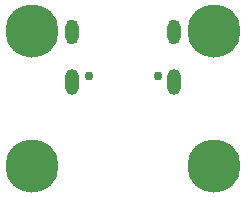
<source format=gbs>
%TF.GenerationSoftware,KiCad,Pcbnew,(6.0.5)*%
%TF.CreationDate,2022-07-11T10:01:01-06:00*%
%TF.ProjectId,usbc-daughter-board,75736263-2d64-4617-9567-687465722d62,1.0*%
%TF.SameCoordinates,Original*%
%TF.FileFunction,Soldermask,Bot*%
%TF.FilePolarity,Negative*%
%FSLAX46Y46*%
G04 Gerber Fmt 4.6, Leading zero omitted, Abs format (unit mm)*
G04 Created by KiCad (PCBNEW (6.0.5)) date 2022-07-11 10:01:01*
%MOMM*%
%LPD*%
G01*
G04 APERTURE LIST*
%ADD10C,4.501600*%
%ADD11C,0.751600*%
%ADD12O,1.151600X2.201600*%
%ADD13O,1.101600X2.101600*%
G04 APERTURE END LIST*
D10*
%TO.C,H3*%
X16600000Y-27850000D03*
%TD*%
%TO.C,H1*%
X16600000Y-16450000D03*
%TD*%
%TO.C,H4*%
X32000000Y-27850000D03*
%TD*%
%TO.C,H2*%
X32000000Y-16450000D03*
%TD*%
D11*
%TO.C,J1*%
X27190000Y-20230000D03*
X21410000Y-20230000D03*
D12*
X28620000Y-20730000D03*
D13*
X28620000Y-16550000D03*
X19980000Y-16550000D03*
D12*
X19980000Y-20730000D03*
%TD*%
M02*

</source>
